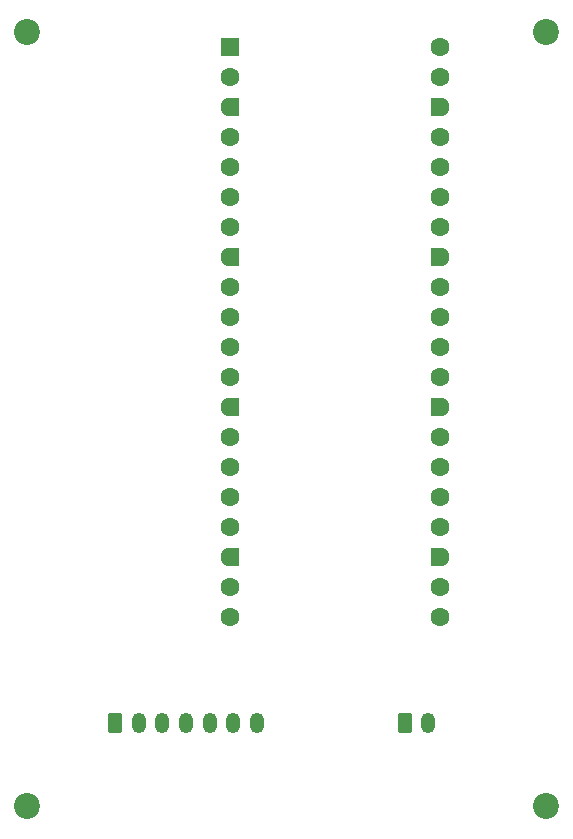
<source format=gbr>
%TF.GenerationSoftware,KiCad,Pcbnew,8.0.5*%
%TF.CreationDate,2024-10-10T19:03:07-04:00*%
%TF.ProjectId,receiver,72656365-6976-4657-922e-6b696361645f,rev?*%
%TF.SameCoordinates,Original*%
%TF.FileFunction,Soldermask,Bot*%
%TF.FilePolarity,Negative*%
%FSLAX46Y46*%
G04 Gerber Fmt 4.6, Leading zero omitted, Abs format (unit mm)*
G04 Created by KiCad (PCBNEW 8.0.5) date 2024-10-10 19:03:07*
%MOMM*%
%LPD*%
G01*
G04 APERTURE LIST*
G04 Aperture macros list*
%AMRoundRect*
0 Rectangle with rounded corners*
0 $1 Rounding radius*
0 $2 $3 $4 $5 $6 $7 $8 $9 X,Y pos of 4 corners*
0 Add a 4 corners polygon primitive as box body*
4,1,4,$2,$3,$4,$5,$6,$7,$8,$9,$2,$3,0*
0 Add four circle primitives for the rounded corners*
1,1,$1+$1,$2,$3*
1,1,$1+$1,$4,$5*
1,1,$1+$1,$6,$7*
1,1,$1+$1,$8,$9*
0 Add four rect primitives between the rounded corners*
20,1,$1+$1,$2,$3,$4,$5,0*
20,1,$1+$1,$4,$5,$6,$7,0*
20,1,$1+$1,$6,$7,$8,$9,0*
20,1,$1+$1,$8,$9,$2,$3,0*%
%AMFreePoly0*
4,1,28,0.605014,0.794986,0.644504,0.794986,0.724698,0.756366,0.780194,0.686777,0.800000,0.600000,0.800000,-0.600000,0.780194,-0.686777,0.724698,-0.756366,0.644504,-0.794986,0.605014,-0.794986,0.600000,-0.800000,0.000000,-0.800000,-0.178017,-0.779942,-0.347107,-0.720775,-0.498792,-0.625465,-0.625465,-0.498792,-0.720775,-0.347107,-0.779942,-0.178017,-0.800000,0.000000,-0.779942,0.178017,
-0.720775,0.347107,-0.625465,0.498792,-0.498792,0.625465,-0.347107,0.720775,-0.178017,0.779942,0.000000,0.800000,0.600000,0.800000,0.605014,0.794986,0.605014,0.794986,$1*%
%AMFreePoly1*
4,1,28,0.178017,0.779942,0.347107,0.720775,0.498792,0.625465,0.625465,0.498792,0.720775,0.347107,0.779942,0.178017,0.800000,0.000000,0.779942,-0.178017,0.720775,-0.347107,0.625465,-0.498792,0.498792,-0.625465,0.347107,-0.720775,0.178017,-0.779942,0.000000,-0.800000,-0.600000,-0.800000,-0.605014,-0.794986,-0.644504,-0.794986,-0.724698,-0.756366,-0.780194,-0.686777,-0.800000,-0.600000,
-0.800000,0.600000,-0.780194,0.686777,-0.724698,0.756366,-0.644504,0.794986,-0.605014,0.794986,-0.600000,0.800000,0.000000,0.800000,0.178017,0.779942,0.178017,0.779942,$1*%
G04 Aperture macros list end*
%ADD10C,2.200000*%
%ADD11RoundRect,0.200000X-0.600000X-0.600000X0.600000X-0.600000X0.600000X0.600000X-0.600000X0.600000X0*%
%ADD12C,1.600000*%
%ADD13FreePoly0,0.000000*%
%ADD14FreePoly1,0.000000*%
%ADD15RoundRect,0.250000X-0.350000X-0.625000X0.350000X-0.625000X0.350000X0.625000X-0.350000X0.625000X0*%
%ADD16O,1.200000X1.750000*%
G04 APERTURE END LIST*
D10*
%TO.C,H4*%
X157500000Y-134000000D03*
%TD*%
%TO.C,H3*%
X113500000Y-134000000D03*
%TD*%
%TO.C,H2*%
X157500000Y-68500000D03*
%TD*%
%TO.C,H1*%
X113500000Y-68500000D03*
%TD*%
D11*
%TO.C,U1*%
X130720000Y-69740000D03*
D12*
X130720000Y-72280000D03*
D13*
X130720000Y-74820000D03*
D12*
X130720000Y-77360000D03*
X130720000Y-79900000D03*
X130720000Y-82440000D03*
X130720000Y-84980000D03*
D13*
X130720000Y-87520000D03*
D12*
X130720000Y-90060000D03*
X130720000Y-92600000D03*
X130720000Y-95140000D03*
X130720000Y-97680000D03*
D13*
X130720000Y-100220000D03*
D12*
X130720000Y-102760000D03*
X130720000Y-105300000D03*
X130720000Y-107840000D03*
X130720000Y-110380000D03*
D13*
X130720000Y-112920000D03*
D12*
X130720000Y-115460000D03*
X130720000Y-118000000D03*
X148500000Y-118000000D03*
X148500000Y-115460000D03*
D14*
X148500000Y-112920000D03*
D12*
X148500000Y-110380000D03*
X148500000Y-107840000D03*
X148500000Y-105300000D03*
X148500000Y-102760000D03*
D14*
X148500000Y-100220000D03*
D12*
X148500000Y-97680000D03*
X148500000Y-95140000D03*
X148500000Y-92600000D03*
X148500000Y-90060000D03*
D14*
X148500000Y-87520000D03*
D12*
X148500000Y-84980000D03*
X148500000Y-82440000D03*
X148500000Y-79900000D03*
X148500000Y-77360000D03*
D14*
X148500000Y-74820000D03*
D12*
X148500000Y-72280000D03*
X148500000Y-69740000D03*
%TD*%
D15*
%TO.C,J1*%
X121000000Y-127000000D03*
D16*
X123000000Y-127000000D03*
X125000000Y-127000000D03*
X127000000Y-127000000D03*
X129000000Y-127000000D03*
X131000000Y-127000000D03*
X133000000Y-127000000D03*
%TD*%
D15*
%TO.C,J2*%
X145500000Y-127000000D03*
D16*
X147500000Y-127000000D03*
%TD*%
M02*

</source>
